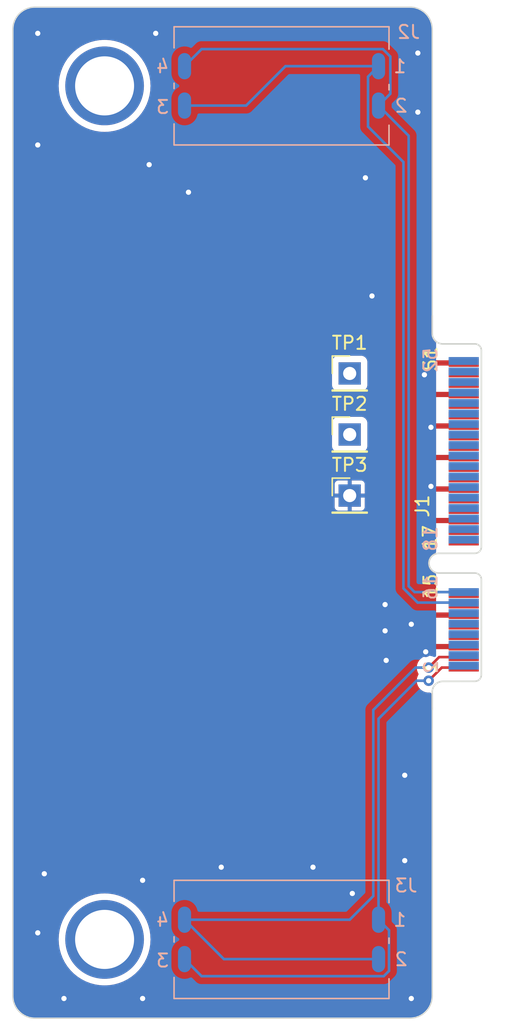
<source format=kicad_pcb>
(kicad_pcb (version 20221018) (generator pcbnew)
  (title_block (title "uConsole Extension Template") (date "2023-08-03") (rev "0.1.1") (company "by chris0z") (comment 2 "https://github.com/chris0z/uconsole-extension-template") (comment 4 "--->  UNTESTED  <---"))
  (layers (0 "F.Cu" signal) (31 "B.Cu" signal) (34 "B.Paste" user) (35 "F.Paste" user) (36 "B.SilkS" user "B.Silkscreen") (37 "F.SilkS" user "F.Silkscreen") (38 "B.Mask" user) (39 "F.Mask" user) (44 "Edge.Cuts" user))
  (net 0 "")
  (net 1 "GND")
  (net 3 "/SPK_LP")
  (net 4 "+5V")
  (net 5 "/SPK_LN")
  (net 6 "/SPK_RP")
  (net 7 "/SPK_RN")
  (net 8 "+3.3V")
  (net 36 "/EXT_USB3_D+")
  (net 37 "/EXT_USB3_D-")
  (net 38 "/EXT_USB4_D+")
  (net 39 "/EXT_USB4_D-")
  (footprint "Connector_PinHeader_2.54mm:PinHeader_1x01_P2.54mm_Vertical" (layer "F.Cu") (at 161.3 89.4)
    (fp_text reference "TP1" (at 0 -2.33) (layer "F.SilkS"))
    (fp_text value "3.3V")
    (fp_line (start -1.33 -1.33) (end 0 -1.33) (stroke (width 0.12)) (layer "F.SilkS"))
    (fp_line (start -1.33 0) (end -1.33 -1.33) (stroke (width 0.12)) (layer "F.SilkS"))
    (fp_line (start -1.33 1.27) (end -1.33 1.33) (stroke (width 0.12)) (layer "F.SilkS"))
    (fp_line (start -1.33 1.27) (end 1.33 1.27) (stroke (width 0.12)) (layer "F.SilkS"))
    (fp_line (start -1.33 1.33) (end 1.33 1.33) (stroke (width 0.12)) (layer "F.SilkS"))
    (fp_line (start 1.33 1.27) (end 1.33 1.33) (stroke (width 0.12)) (layer "F.SilkS"))
    (pad "1" thru_hole rect (at 0 0) (size 1.7 1.7) (drill 1) (layers "*.Cu" "*.Mask") (net 8 "+3.3V"))
  )
  (footprint "Connector_PinHeader_2.54mm:PinHeader_1x01_P2.54mm_Vertical" (layer "F.Cu") (at 161.3 94.05)
    (fp_text reference "TP2" (at 0 -2.33) (layer "F.SilkS"))
    (fp_text value "5V")
    (fp_line (start -1.33 -1.33) (end 0 -1.33) (stroke (width 0.12)) (layer "F.SilkS"))
    (fp_line (start -1.33 0) (end -1.33 -1.33) (stroke (width 0.12)) (layer "F.SilkS"))
    (fp_line (start -1.33 1.27) (end -1.33 1.33) (stroke (width 0.12)) (layer "F.SilkS"))
    (fp_line (start -1.33 1.27) (end 1.33 1.27) (stroke (width 0.12)) (layer "F.SilkS"))
    (fp_line (start -1.33 1.33) (end 1.33 1.33) (stroke (width 0.12)) (layer "F.SilkS"))
    (fp_line (start 1.33 1.27) (end 1.33 1.33) (stroke (width 0.12)) (layer "F.SilkS"))
    (pad "1" thru_hole rect (at 0 0) (size 1.7 1.7) (drill 1) (layers "*.Cu" "*.Mask") (net 4 "+5V"))
  )
  (footprint "custom_components:mini_pcie_edge" (layer "F.Cu") (at 170 100 90)
    (fp_text reference "J1" (at 0.5 -3.15 90 unlocked) (layer "F.SilkS"))
    (fp_text value "MINI_PCIE")
    (fp_text user "52" (at 12.65 -1.95 90 unlocked) (layer "B.SilkS") (effects (justify left bottom mirror)))
    (fp_text user "2" (at -11.2 -1.9 90 unlocked) (layer "B.SilkS") (effects (justify left bottom mirror)))
    (fp_text user "16" (at -4.65 -1.95 90 unlocked) (layer "B.SilkS") (effects (justify left bottom mirror)))
    (fp_text user "18" (at -0.95 -1.95 90 unlocked) (layer "B.SilkS") (effects (justify left bottom mirror)))
    (fp_text user "15" (at -6.65 -1.95 90 unlocked) (layer "F.SilkS") (effects (justify left bottom)))
    (fp_text user "51" (at 10.65 -1.95 90 unlocked) (layer "F.SilkS") (effects (justify left bottom)))
    (fp_text user "17" (at -2.95 -2 90 unlocked) (layer "F.SilkS") (effects (justify left bottom)))
    (fp_text user "1" (at -12.35 -1.95 90 unlocked) (layer "F.SilkS") (effects (justify left bottom)))
    (fp_line (start -13.65 -2.4) (end -15 -2.4) (stroke (width 0.12)) (layer "Edge.Cuts"))
    (fp_line (start -12.846447 0.846447) (end -12.85 -1.6) (stroke (width 0.12)) (layer "Edge.Cuts"))
    (fp_line (start -5.1 1.35) (end -12.346447 1.346447) (stroke (width 0.12)) (layer "Edge.Cuts"))
    (fp_line (start -4.6 -1.9) (end -4.6 0.85) (stroke (width 0.12)) (layer "Edge.Cuts"))
    (fp_line (start -3.1 0.85) (end -3.1 -1.9) (stroke (width 0.12)) (layer "Edge.Cuts"))
    (fp_line (start -2.6 1.35) (end 12.35 1.35) (stroke (width 0.12)) (layer "Edge.Cuts"))
    (fp_line (start 12.85 0.85) (end 12.85 -1.6) (stroke (width 0.12)) (layer "Edge.Cuts"))
    (fp_line (start 13.65 -2.4) (end 15 -2.4) (stroke (width 0.12)) (layer "Edge.Cuts"))
    (fp_arc (start -13.65 -2.4) (mid -13.084315 -2.165685) (end -12.85 -1.6) (stroke (width 0.12)) (layer "Edge.Cuts"))
    (fp_arc (start -12.346447 1.346447) (mid -12.7 1.2) (end -12.846447 0.846447) (stroke (width 0.12)) (layer "Edge.Cuts"))
    (fp_arc (start -4.6 -1.9) (mid -3.85 -2.65) (end -3.1 -1.9) (stroke (width 0.12)) (layer "Edge.Cuts"))
    (fp_arc (start -4.6 0.85) (mid -4.746447 1.203553) (end -5.1 1.35) (stroke (width 0.12)) (layer "Edge.Cuts"))
    (fp_arc (start -2.6 1.35) (mid -2.953553 1.203553) (end -3.1 0.85) (stroke (width 0.12)) (layer "Edge.Cuts"))
    (fp_arc (start 12.85 -1.6) (mid 13.084315 -2.165685) (end 13.65 -2.4) (stroke (width 0.12)) (layer "Edge.Cuts"))
    (fp_arc (start 12.85 0.85) (mid 12.703553 1.203553) (end 12.35 1.35) (stroke (width 0.12)) (layer "Edge.Cuts"))
    (pad "1" smd rect (at -11.8 0 180) (size 2.3 0.6) (layers "F.Cu" "F.Paste" "F.Mask") (net 3 "/SPK_LP"))
    (pad "2" smd rect (at -11.65 0 180) (size 2.3 0.6) (layers "B.Cu" "B.Paste" "B.Mask") (net 4 "+5V"))
    (pad "3" smd rect (at -11 0 180) (size 2.3 0.6) (layers "F.Cu" "F.Paste" "F.Mask") (net 5 "/SPK_LN"))
    (pad "4" smd rect (at -10.85 0 180) (size 2.3 0.6) (layers "B.Cu" "B.Paste" "B.Mask") (net 4 "+5V"))
    (pad "5" smd rect (at -10.2 0 180) (size 2.3 0.6) (layers "F.Cu" "F.Paste" "F.Mask") (net 1 "GND"))
    (pad "6" smd rect (at -10.05 0 180) (size 2.3 0.6) (layers "B.Cu" "B.Paste" "B.Mask") (net 4 "+5V"))
    (pad "7" smd rect (at -9.4 0 180) (size 2.3 0.6) (layers "F.Cu" "F.Paste" "F.Mask") (net 36 "/EXT_USB3_D+"))
    (pad "8" smd rect (at -9.25 0 180) (size 2.3 0.6) (layers "B.Cu" "B.Paste" "B.Mask") (net 4 "+5V"))
    (pad "9" smd rect (at -8.6 0 180) (size 2.3 0.6) (layers "F.Cu" "F.Paste" "F.Mask") (net 37 "/EXT_USB3_D-"))
    (pad "10" smd rect (at -8.45 0 180) (size 2.3 0.6) (layers "B.Cu" "B.Paste" "B.Mask") (net 4 "+5V"))
    (pad "11" smd rect (at -7.8 0 180) (size 2.3 0.6) (layers "F.Cu" "F.Paste" "F.Mask") (net 1 "GND"))
    (pad "12" smd rect (at -7.65 0 180) (size 2.3 0.6) (layers "B.Cu" "B.Paste" "B.Mask") (net 1 "GND"))
    (pad "13" smd rect (at -7 0 180) (size 2.3 0.6) (layers "F.Cu" "F.Paste" "F.Mask") (net 38 "/EXT_USB4_D+"))
    (pad "14" smd rect (at -6.85 0 180) (size 2.3 0.6) (layers "B.Cu" "B.Paste" "B.Mask") (net 6 "/SPK_RP"))
    (pad "15" smd rect (at -6.2 0 180) (size 2.3 0.6) (layers "F.Cu" "F.Paste" "F.Mask") (net 39 "/EXT_USB4_D-"))
    (pad "16" smd rect (at -6.05 0 180) (size 2.3 0.6) (layers "B.Cu" "B.Paste" "B.Mask") (net 7 "/SPK_RN"))
    (pad "17" smd rect (at -2.2 0 180) (size 2.3 0.6) (layers "F.Cu" "F.Paste" "F.Mask") (net 8 "+3.3V"))
    (pad "18" smd rect (at -2.05 0 180) (size 2.3 0.6) (layers "B.Cu" "B.Paste" "B.Mask"))
    (pad "19" smd rect (at -1.4 0 180) (size 2.3 0.6) (layers "F.Cu" "F.Paste" "F.Mask") (net 8 "+3.3V"))
    (pad "20" smd rect (at -1.25 0 180) (size 2.3 0.6) (layers "B.Cu" "B.Paste" "B.Mask"))
    (pad "21" smd rect (at -0.6 0 180) (size 2.3 0.6) (layers "F.Cu" "F.Paste" "F.Mask") (net 1 "GND"))
    (pad "22" smd rect (at -0.45 0 180) (size 2.3 0.6) (layers "B.Cu" "B.Paste" "B.Mask"))
    (pad "23" smd rect (at 0.2 0 180) (size 2.3 0.6) (layers "F.Cu" "F.Paste" "F.Mask"))
    (pad "24" smd rect (at 0.35 0 180) (size 2.3 0.6) (layers "B.Cu" "B.Paste" "B.Mask"))
    (pad "25" smd rect (at 1 0 180) (size 2.3 0.6) (layers "F.Cu" "F.Paste" "F.Mask"))
    (pad "26" smd rect (at 1.15 0 180) (size 2.3 0.6) (layers "B.Cu" "B.Paste" "B.Mask"))
    (pad "27" smd rect (at 1.8 0 180) (size 2.3 0.6) (layers "F.Cu" "F.Paste" "F.Mask") (net 1 "GND"))
    (pad "28" smd rect (at 1.95 0 180) (size 2.3 0.6) (layers "B.Cu" "B.Paste" "B.Mask"))
    (pad "29" smd rect (at 2.6 0 180) (size 2.3 0.6) (layers "F.Cu" "F.Paste" "F.Mask"))
    (pad "30" smd rect (at 2.75 0 180) (size 2.3 0.6) (layers "B.Cu" "B.Paste" "B.Mask"))
    (pad "31" smd rect (at 3.4 0 180) (size 2.3 0.6) (layers "F.Cu" "F.Paste" "F.Mask"))
    (pad "32" smd rect (at 3.55 0 180) (size 2.3 0.6) (layers "B.Cu" "B.Paste" "B.Mask"))
    (pad "33" smd rect (at 4.2 0 180) (size 2.3 0.6) (layers "F.Cu" "F.Paste" "F.Mask") (net 1 "GND"))
    (pad "34" smd rect (at 4.35 0 180) (size 2.3 0.6) (layers "B.Cu" "B.Paste" "B.Mask"))
    (pad "35" smd rect (at 5 0 180) (size 2.3 0.6) (layers "F.Cu" "F.Paste" "F.Mask"))
    (pad "36" smd rect (at 5.15 0 180) (size 2.3 0.6) (layers "B.Cu" "B.Paste" "B.Mask"))
    (pad "37" smd rect (at 5.8 0 180) (size 2.3 0.6) (layers "F.Cu" "F.Paste" "F.Mask"))
    (pad "38" smd rect (at 5.95 0 180) (size 2.3 0.6) (layers "B.Cu" "B.Paste" "B.Mask"))
    (pad "39" smd rect (at 6.6 0 180) (size 2.3 0.6) (layers "F.Cu" "F.Paste" "F.Mask") (net 1 "GND"))
    (pad "40" smd rect (at 6.75 0 180) (size 2.3 0.6) (layers "B.Cu" "B.Paste" "B.Mask"))
    (pad "41" smd rect (at 7.4 0 180) (size 2.3 0.6) (layers "F.Cu" "F.Paste" "F.Mask"))
    (pad "42" smd rect (at 7.55 0 180) (size 2.3 0.6) (layers "B.Cu" "B.Paste" "B.Mask"))
    (pad "43" smd rect (at 8.2 0 180) (size 2.3 0.6) (layers "F.Cu" "F.Paste" "F.Mask"))
    (pad "44" smd rect (at 8.35 0 180) (size 2.3 0.6) (layers "B.Cu" "B.Paste" "B.Mask"))
    (pad "45" smd rect (at 9 0 180) (size 2.3 0.6) (layers "F.Cu" "F.Paste" "F.Mask") (net 1 "GND"))
    (pad "46" smd rect (at 9.15 0 180) (size 2.3 0.6) (layers "B.Cu" "B.Paste" "B.Mask"))
    (pad "47" smd rect (at 9.8 0 180) (size 2.3 0.6) (layers "F.Cu" "F.Paste" "F.Mask"))
    (pad "48" smd rect (at 9.95 0 180) (size 2.3 0.6) (layers "B.Cu" "B.Paste" "B.Mask"))
    (pad "49" smd rect (at 10.6 0 180) (size 2.3 0.6) (layers "F.Cu" "F.Paste" "F.Mask"))
    (pad "50" smd rect (at 10.75 0 180) (size 2.3 0.6) (layers "B.Cu" "B.Paste" "B.Mask"))
    (pad "51" smd rect (at 11.4 0 180) (size 2.3 0.6) (layers "F.Cu" "F.Paste" "F.Mask") (net 1 "GND"))
    (pad "52" smd rect (at 11.55 0 180) (size 2.3 0.6) (layers "B.Cu" "B.Paste" "B.Mask"))
  )
  (footprint "Connector_PinHeader_2.54mm:PinHeader_1x01_P2.54mm_Vertical" (layer "F.Cu") (at 161.3 98.7)
    (fp_text reference "TP3" (at 0 -2.33) (layer "F.SilkS"))
    (fp_text value "GND")
    (fp_line (start -1.33 -1.33) (end 0 -1.33) (stroke (width 0.12)) (layer "F.SilkS"))
    (fp_line (start -1.33 0) (end -1.33 -1.33) (stroke (width 0.12)) (layer "F.SilkS"))
    (fp_line (start -1.33 1.27) (end -1.33 1.33) (stroke (width 0.12)) (layer "F.SilkS"))
    (fp_line (start -1.33 1.27) (end 1.33 1.27) (stroke (width 0.12)) (layer "F.SilkS"))
    (fp_line (start -1.33 1.33) (end 1.33 1.33) (stroke (width 0.12)) (layer "F.SilkS"))
    (fp_line (start 1.33 1.27) (end 1.33 1.33) (stroke (width 0.12)) (layer "F.SilkS"))
    (pad "1" thru_hole rect (at 0 0) (size 1.7 1.7) (drill 1) (layers "*.Cu" "*.Mask") (net 1 "GND"))
  )
  (footprint "custom_components:uConsole_speaker" (layer "B.Cu") (at 155.9 67 180)
    (fp_text reference "J2" (at -9.9 3.6 unlocked) (layer "B.SilkS") (effects (justify mirror)))
    (fp_text value "SPEAKER")
    (fp_text user "3" (at 8.3 -2.7 unlocked) (layer "B.SilkS") (effects (justify left bottom mirror)))
    (fp_text user "1" (at -9.8 0.4 unlocked) (layer "B.SilkS") (effects (justify left bottom mirror)))
    (fp_text user "4" (at 8.3 0.4 unlocked) (layer "B.SilkS") (effects (justify left bottom mirror)))
    (fp_text user "2" (at -9.9 -2.6 unlocked) (layer "B.SilkS") (effects (justify left bottom mirror)))
    (fp_line (start -8.4 -5) (end 8 -5) (stroke (width 0.12)) (layer "B.SilkS"))
    (fp_line (start -8.4 -3.5) (end -8.4 -5) (stroke (width 0.12)) (layer "B.SilkS"))
    (fp_line (start -8.4 -0.4) (end -8.4 -0.8) (stroke (width 0.12)) (layer "B.SilkS"))
    (fp_line (start -8.4 4) (end -8.4 2.3) (stroke (width 0.12)) (layer "B.SilkS"))
    (fp_line (start -8.4 4) (end 8 4) (stroke (width 0.12)) (layer "B.SilkS"))
    (fp_line (start 8 -5) (end 8 -3.4) (stroke (width 0.12)) (layer "B.SilkS"))
    (fp_line (start 8 -0.3) (end 8 -0.7) (stroke (width 0.12)) (layer "B.SilkS"))
    (fp_line (start 8 4) (end 8 2.4) (stroke (width 0.12)) (layer "B.SilkS"))
    (pad "1" smd oval (at -7.6 1 90) (size 2 1) (layers "B.Cu" "B.Paste" "B.Mask") (net 6 "/SPK_RP"))
    (pad "2" smd oval (at -7.6 -2 90) (size 2 1) (layers "B.Cu" "B.Paste" "B.Mask") (net 7 "/SPK_RN"))
    (pad "3" smd oval (at 7.2 -2 90) (size 2 1) (layers "B.Cu" "B.Paste" "B.Mask") (net 6 "/SPK_RP"))
    (pad "4" smd oval (at 7.2 1 90) (size 2 1) (layers "B.Cu" "B.Paste" "B.Mask") (net 7 "/SPK_RN"))
  )
  (footprint "custom_components:uConsole_speaker" (layer "B.Cu") (at 155.9 132 180)
    (fp_text reference "J3" (at -9.7 3.6 unlocked) (layer "B.SilkS") (effects (justify mirror)))
    (fp_text value "SPEAKER")
    (fp_text user "4" (at 8.3 0.4 unlocked) (layer "B.SilkS") (effects (justify left bottom mirror)))
    (fp_text user "3" (at 8.3 -2.7 unlocked) (layer "B.SilkS") (effects (justify left bottom mirror)))
    (fp_text user "1" (at -9.8 0.4 unlocked) (layer "B.SilkS") (effects (justify left bottom mirror)))
    (fp_text user "2" (at -9.9 -2.6 unlocked) (layer "B.SilkS") (effects (justify left bottom mirror)))
    (fp_line (start -8.4 -5) (end 8 -5) (stroke (width 0.12)) (layer "B.SilkS"))
    (fp_line (start -8.4 -3.5) (end -8.4 -5) (stroke (width 0.12)) (layer "B.SilkS"))
    (fp_line (start -8.4 -0.4) (end -8.4 -0.8) (stroke (width 0.12)) (layer "B.SilkS"))
    (fp_line (start -8.4 4) (end -8.4 2.3) (stroke (width 0.12)) (layer "B.SilkS"))
    (fp_line (start -8.4 4) (end 8 4) (stroke (width 0.12)) (layer "B.SilkS"))
    (fp_line (start 8 -5) (end 8 -3.4) (stroke (width 0.12)) (layer "B.SilkS"))
    (fp_line (start 8 -0.3) (end 8 -0.7) (stroke (width 0.12)) (layer "B.SilkS"))
    (fp_line (start 8 4) (end 8 2.4) (stroke (width 0.12)) (layer "B.SilkS"))
    (pad "1" smd oval (at -7.6 1 90) (size 2 1) (layers "B.Cu" "B.Paste" "B.Mask") (net 3 "/SPK_LP"))
    (pad "2" smd oval (at -7.6 -2 90) (size 2 1) (layers "B.Cu" "B.Paste" "B.Mask") (net 5 "/SPK_LN"))
    (pad "3" smd oval (at 7.2 -2 90) (size 2 1) (layers "B.Cu" "B.Paste" "B.Mask") (net 3 "/SPK_LP"))
    (pad "4" smd oval (at 7.2 1 90) (size 2 1) (layers "B.Cu" "B.Paste" "B.Mask") (net 5 "/SPK_LN"))
  )
  (gr_line (start 167.6 85) (end 167.597918 63.202082) (stroke (width 0.1)) (layer "Edge.Cuts"))
  (gr_arc (start 135.602082 63.202082) (mid 136.1 62) (end 137.302082 61.502082) (stroke (width 0.1)) (layer "Edge.Cuts"))
  (gr_line (start 137.3 138.5) (end 165.897918 138.497918) (stroke (width 0.1)) (layer "Edge.Cuts"))
  (gr_arc (start 167.597918 136.797918) (mid 167.1 138) (end 165.897918 138.497918) (stroke (width 0.1)) (layer "Edge.Cuts"))
  (gr_line (start 165.997918 61.502082) (end 137.302082 61.502082) (stroke (width 0.1)) (layer "Edge.Cuts"))
  (gr_line (start 167.597918 136.797918) (end 167.6 114.8) (stroke (width 0.1)) (layer "Edge.Cuts"))
  (gr_line (start 135.602082 63.202082) (end 135.6 136.8) (stroke (width 0.1)) (layer "Edge.Cuts"))
  (gr_arc (start 165.897918 61.502082) (mid 167.1 62) (end 167.597918 63.202082) (stroke (width 0.1)) (layer "Edge.Cuts"))
  (gr_arc (start 137.3 138.5) (mid 136.097918 138.002082) (end 135.6 136.8) (stroke (width 0.1)) (layer "Edge.Cuts"))
  (via (at 142.6 67.5) (size 6) (drill 4.5) (layers "F.Cu" "B.Cu") (net 0))
  (via (at 142.6 132.5) (size 6) (drill 4.5) (layers "F.Cu" "B.Cu") (net 0))
  (segment (start 170 91) (end 167.8 91) (width 0.4) (layer "F.Cu") (net 1))
  (segment (start 170 98.2) (end 167.7 98.2) (width 0.4) (layer "F.Cu") (net 1))
  (segment (start 170 107.8) (end 167.7 107.8) (width 0.4) (layer "F.Cu") (net 1))
  (segment (start 170 100.6) (end 167.7 100.6) (width 0.4) (layer "F.Cu") (net 1))
  (segment (start 170 110.2) (end 167.4995 110.2) (width 0.4) (layer "F.Cu") (net 1))
  (segment (start 167.7 98.2) (end 167.5 98) (width 0.4) (layer "F.Cu") (net 1))
  (segment (start 167.4995 110.2) (end 167.0995 110.6) (width 0.4) (layer "F.Cu") (net 1))
  (segment (start 167.6 93.4) (end 167.5 93.5) (width 0.4) (layer "F.Cu") (net 1))
  (segment (start 170 93.4) (end 167.6 93.4) (width 0.4) (layer "F.Cu") (net 1))
  (segment (start 170 95.8) (end 167.8 95.8) (width 0.4) (layer "F.Cu") (net 1))
  (segment (start 170 88.6) (end 167.8 88.6) (width 0.4) (layer "F.Cu") (net 1))
  (via (at 164.084 111.252) (size 0.8) (drill 0.4) (layers "F.Cu" "B.Cu") (net 1))
  (via (at 145.5 137) (size 0.8) (drill 0.4) (layers "F.Cu" "B.Cu") (net 1))
  (via (at 138 127.5) (size 0.8) (drill 0.4) (layers "F.Cu" "B.Cu") (net 1))
  (via (at 166 108.5) (size 0.8) (drill 0.4) (layers "F.Cu" "B.Cu") (net 1))
  (via (at 146 73.5) (size 0.8) (drill 0.4) (layers "F.Cu" "B.Cu") (net 1))
  (via (at 137.5 72) (size 0.8) (drill 0.4) (layers "F.Cu" "B.Cu") (net 1))
  (via (at 162.5 74.5) (size 0.8) (drill 0.4) (layers "F.Cu" "B.Cu") (net 1))
  (via (at 158.5 127) (size 0.8) (drill 0.4) (layers "F.Cu" "B.Cu") (net 1))
  (via (at 167.0995 110.6) (size 0.8) (drill 0.4) (layers "F.Cu" "B.Cu") (net 1))
  (via (at 165.5 126.5) (size 0.8) (drill 0.4) (layers "F.Cu" "B.Cu") (net 1))
  (via (at 166.5 69.5) (size 0.8) (drill 0.4) (layers "F.Cu" "B.Cu") (net 1))
  (via (at 149 75.6) (size 0.8) (drill 0.4) (layers "F.Cu" "B.Cu") (net 1))
  (via (at 167.5 93.5) (size 0.8) (drill 0.4) (layers "F.Cu" "B.Cu") (net 1))
  (via (at 167 89.5) (size 0.8) (drill 0.4) (layers "F.Cu" "B.Cu") (net 1))
  (via (at 151.5 127) (size 0.8) (drill 0.4) (layers "F.Cu" "B.Cu") (net 1))
  (via (at 139.5 137) (size 0.8) (drill 0.4) (layers "F.Cu" "B.Cu") (net 1))
  (via (at 137.5 132) (size 0.8) (drill 0.4) (layers "F.Cu" "B.Cu") (net 1))
  (via (at 166.5 65) (size 0.8) (drill 0.4) (layers "F.Cu" "B.Cu") (net 1))
  (via (at 167.5 98) (size 0.8) (drill 0.4) (layers "F.Cu" "B.Cu") (net 1))
  (via (at 163 83.5) (size 0.8) (drill 0.4) (layers "F.Cu" "B.Cu") (net 1))
  (via (at 166 137) (size 0.8) (drill 0.4) (layers "F.Cu" "B.Cu") (net 1))
  (via (at 164 109) (size 0.8) (drill 0.4) (layers "F.Cu" "B.Cu") (net 1))
  (via (at 161.5 129) (size 0.8) (drill 0.4) (layers "F.Cu" "B.Cu") (net 1))
  (via (at 164 107) (size 0.8) (drill 0.4) (layers "F.Cu" "B.Cu") (net 1))
  (via (at 145.5 128) (size 0.8) (drill 0.4) (layers "F.Cu" "B.Cu") (net 1))
  (via (at 146.5 63.5) (size 0.8) (drill 0.4) (layers "F.Cu" "B.Cu") (net 1))
  (via (at 165.5 120) (size 0.8) (drill 0.4) (layers "F.Cu" "B.Cu") (net 1))
  (via (at 137.5 63.5) (size 0.8) (drill 0.4) (layers "F.Cu" "B.Cu") (net 1))
  (segment (start 168.3245 111.8) (end 167.3245 112.8) (width 0.2) (layer "F.Cu") (net 3))
  (segment (start 170 111.8) (end 168.3245 111.8) (width 0.2) (layer "F.Cu") (net 3))
  (via (at 167.3245 112.8) (size 0.8) (drill 0.4) (layers "F.Cu" "B.Cu") (net 3))
  (segment (start 150 135.3) (end 148.7 134) (width 0.2) (layer "B.Cu") (net 3))
  (segment (start 166.4 112.8) (end 163.5 115.7) (width 0.2) (layer "B.Cu") (net 3))
  (segment (start 164.3 131.8) (end 164.3 134.9) (width 0.2) (layer "B.Cu") (net 3))
  (segment (start 163.5 115.7) (end 163.5 131) (width 0.2) (layer "B.Cu") (net 3))
  (segment (start 164.3 134.9) (end 163.9 135.3) (width 0.2) (layer "B.Cu") (net 3))
  (segment (start 163.9 135.3) (end 150 135.3) (width 0.2) (layer "B.Cu") (net 3))
  (segment (start 167.3245 112.8) (end 166.4 112.8) (width 0.2) (layer "B.Cu") (net 3))
  (segment (start 163.5 131) (end 164.3 131.8) (width 0.2) (layer "B.Cu") (net 3))
  (segment (start 168.124997 111) (end 170 111) (width 0.2) (layer "F.Cu") (net 5))
  (segment (start 167.3245 111.800497) (end 168.124997 111) (width 0.2) (layer "F.Cu") (net 5))
  (via (at 167.3245 111.800497) (size 0.8) (drill 0.4) (layers "F.Cu" "B.Cu") (net 5))
  (segment (start 163.5 134) (end 151.7 134) (width 0.2) (layer "B.Cu") (net 5))
  (segment (start 163.1 129.2) (end 161.3 131) (width 0.2) (layer "B.Cu") (net 5))
  (segment (start 151.7 134) (end 148.7 131) (width 0.2) (layer "B.Cu") (net 5))
  (segment (start 161.3 131) (end 148.7 131) (width 0.2) (layer "B.Cu") (net 5))
  (segment (start 163.1 115.028013) (end 163.1 129.2) (width 0.2) (layer "B.Cu") (net 5))
  (segment (start 166.327516 111.800497) (end 163.1 115.028013) (width 0.2) (layer "B.Cu") (net 5))
  (segment (start 167.3245 111.800497) (end 166.327516 111.800497) (width 0.2) (layer "B.Cu") (net 5))
  (segment (start 148.7 69) (end 153.4 69) (width 0.2) (layer "B.Cu") (net 6))
  (segment (start 163.5 66) (end 162.7 66.8) (width 0.2) (layer "B.Cu") (net 6))
  (segment (start 162.7 66.8) (end 162.7 70.6) (width 0.2) (layer "B.Cu") (net 6))
  (segment (start 156.4 66) (end 163.5 66) (width 0.2) (layer "B.Cu") (net 6))
  (segment (start 166.484314 106.85) (end 170 106.85) (width 0.2) (layer "B.Cu") (net 6))
  (segment (start 153.4 69) (end 156.4 66) (width 0.2) (layer "B.Cu") (net 6))
  (segment (start 165.4 73.3) (end 165.4 105.765685) (width 0.2) (layer "B.Cu") (net 6))
  (segment (start 165.4 105.765685) (end 166.484314 106.85) (width 0.2) (layer "B.Cu") (net 6))
  (segment (start 162.7 70.6) (end 165.4 73.3) (width 0.2) (layer "B.Cu") (net 6))
  (segment (start 165.8 105.6) (end 166.25 106.05) (width 0.2) (layer "B.Cu") (net 7))
  (segment (start 165.8 71.3) (end 165.8 105.6) (width 0.2) (layer "B.Cu") (net 7))
  (segment (start 164.4 68.1) (end 163.5 69) (width 0.2) (layer "B.Cu") (net 7))
  (segment (start 163.5 69) (end 165.8 71.3) (width 0.2) (layer "B.Cu") (net 7))
  (segment (start 166.25 106.05) (end 170 106.05) (width 0.2) (layer "B.Cu") (net 7))
  (segment (start 148.7 66) (end 150 64.7) (width 0.2) (layer "B.Cu") (net 7))
  (segment (start 150 64.7) (end 163.831371 64.7) (width 0.2) (layer "B.Cu") (net 7))
  (segment (start 163.831371 64.7) (end 164.4 65.268629) (width 0.2) (layer "B.Cu") (net 7))
  (segment (start 164.4 65.268629) (end 164.4 68.1) (width 0.2) (layer "B.Cu") (net 7))
  (zone (net 1) (net_name "GND") (layers "F&B.Cu") (connect_pads (clearance 0.5)) (min_thickness 0.25) (fill yes (thermal_gap 0.3) (thermal_bridge_width 0.3))
    (polygon (pts (xy 134.62 60.96) (xy 167.894 60.96) (xy 167.894 138.938) (xy 168.3 138.938) (xy 134.62 138.938)))
  )
)
</source>
